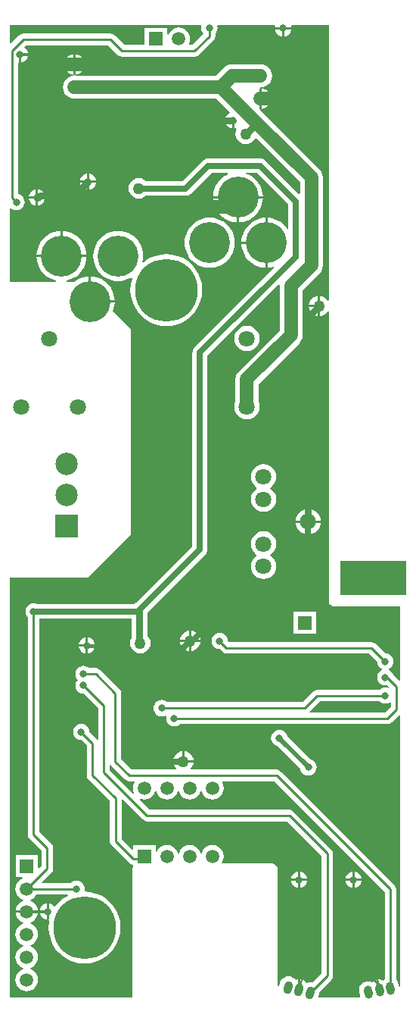
<source format=gbl>
%FSTAX24Y24*%
%MOIN*%
G70*
G01*
G75*
G04 Layer_Physical_Order=2*
G04 Layer_Color=16711680*
%ADD10O,0.0394X0.0984*%
%ADD11R,0.0394X0.0984*%
%ADD12R,0.0394X0.0512*%
%ADD13R,0.0709X0.0709*%
%ADD14R,0.0472X0.0512*%
%ADD15R,0.1004X0.0374*%
%ADD16R,0.1004X0.1299*%
%ADD17R,0.0512X0.0394*%
%ADD18R,0.0630X0.0630*%
%ADD19R,0.0374X0.0315*%
%ADD20R,0.0984X0.0512*%
%ADD21O,0.0906X0.0236*%
%ADD22R,0.0709X0.0709*%
%ADD23R,0.0256X0.0472*%
%ADD24R,0.1575X0.0866*%
%ADD25R,0.0512X0.0236*%
%ADD26O,0.0512X0.0236*%
%ADD27R,0.0315X0.0374*%
%ADD28R,0.0472X0.0256*%
%ADD29C,0.0100*%
%ADD30C,0.0300*%
%ADD31C,0.0250*%
%ADD32C,0.0600*%
%ADD33C,0.0200*%
%ADD34C,0.0080*%
%ADD35C,0.0060*%
%ADD36C,0.2756*%
%ADD37C,0.0709*%
%ADD38C,0.0984*%
%ADD39R,0.0984X0.0984*%
G04:AMPARAMS|DCode=40|XSize=37.4mil|YSize=57.1mil|CornerRadius=0mil|HoleSize=0mil|Usage=FLASHONLY|Rotation=345.000|XOffset=0mil|YOffset=0mil|HoleType=Round|Shape=Round|*
%AMOVALD40*
21,1,0.0197,0.0374,0.0000,0.0000,75.0*
1,1,0.0374,-0.0025,-0.0095*
1,1,0.0374,0.0025,0.0095*
%
%ADD40OVALD40*%

G04:AMPARAMS|DCode=41|XSize=37.4mil|YSize=57.1mil|CornerRadius=0mil|HoleSize=0mil|Usage=FLASHONLY|Rotation=10.000|XOffset=0mil|YOffset=0mil|HoleType=Round|Shape=Round|*
%AMOVALD41*
21,1,0.0197,0.0374,0.0000,0.0000,100.0*
1,1,0.0374,0.0017,-0.0097*
1,1,0.0374,-0.0017,0.0097*
%
%ADD41OVALD41*%

%ADD42R,0.0591X0.0591*%
%ADD43C,0.0591*%
%ADD44R,0.0591X0.0591*%
%ADD45C,0.1800*%
%ADD46C,0.0320*%
%ADD47C,0.0500*%
G36*
X201673Y139267D02*
Y135429D01*
X20166Y13542D01*
X201613Y135369D01*
X201552Y135401D01*
X201452Y135423D01*
X201401Y135421D01*
X201485Y134946D01*
X201386Y134929D01*
X201302Y135404D01*
X201253Y135388D01*
X201167Y135333D01*
X201121Y135282D01*
X201059Y135314D01*
X20096Y135336D01*
X200858Y135332D01*
X200761Y135301D01*
X200675Y135247D01*
X200606Y135171D01*
X200559Y135081D01*
X200537Y134982D01*
X200542Y13488D01*
X200576Y134686D01*
X200589Y134645D01*
X200559Y134605D01*
X198766D01*
X198735Y134645D01*
X198778Y134802D01*
X198785Y134857D01*
X199327Y135399D01*
X199382Y135482D01*
X199401Y135579D01*
X199401Y135579D01*
X199401Y135579D01*
Y135579D01*
Y140954D01*
X199401Y140954D01*
X199401Y140954D01*
Y140954D01*
X199401D01*
X199401Y140954D01*
X199382Y141051D01*
X199327Y141134D01*
X197663Y142798D01*
X19758Y142853D01*
X197482Y142873D01*
X191305D01*
X19085Y143327D01*
X190878Y143369D01*
X190948Y14334D01*
X191077Y143323D01*
X191206Y14334D01*
X191327Y14339D01*
X19143Y143469D01*
X19151Y143573D01*
X191552Y143675D01*
X191602D01*
X191645Y143573D01*
X191724Y143469D01*
X191827Y14339D01*
X191948Y14334D01*
X192077Y143323D01*
X192206Y14334D01*
X192327Y14339D01*
X19243Y143469D01*
X19251Y143573D01*
X192552Y143675D01*
X192602D01*
X192645Y143573D01*
X192724Y143469D01*
X192827Y14339D01*
X192948Y14334D01*
X193077Y143323D01*
X193206Y14334D01*
X193327Y14339D01*
X19343Y143469D01*
X19351Y143573D01*
X193552Y143675D01*
X193602D01*
X193645Y143573D01*
X193724Y143469D01*
X193827Y14339D01*
X193948Y14334D01*
X194077Y143323D01*
X194206Y14334D01*
X194327Y14339D01*
X19443Y143469D01*
X19451Y143573D01*
X19456Y143693D01*
X194577Y143822D01*
X19456Y143952D01*
X19451Y144072D01*
X194496Y14409D01*
X194519Y144134D01*
X196805D01*
X201673Y139267D01*
D02*
G37*
G36*
X18962Y14482D02*
X19023Y144209D01*
X190313Y144154D01*
X190411Y144134D01*
X190636D01*
X190658Y14409D01*
X190645Y144072D01*
X190595Y143952D01*
X190578Y143822D01*
X190595Y143693D01*
X190624Y143623D01*
X190582Y143595D01*
X189555Y144623D01*
Y144831D01*
X189603Y144845D01*
X18962Y14482D01*
D02*
G37*
G36*
X202617Y152321D02*
X199722D01*
Y153248D01*
X199722Y153248D01*
X199722Y153248D01*
Y153248D01*
Y153835D01*
X202617D01*
Y152321D01*
D02*
G37*
G36*
X193603Y177354D02*
X193599Y177344D01*
X193587Y17725D01*
X193599Y177156D01*
X193636Y177068D01*
X193689Y176999D01*
X193194Y176505D01*
X193064D01*
X193036Y176546D01*
X193075Y176642D01*
X193092Y176772D01*
X193075Y176901D01*
X193026Y177021D01*
X192946Y177125D01*
X192843Y177204D01*
X192722Y177254D01*
X192593Y177271D01*
X192464Y177254D01*
X192343Y177204D01*
X19224Y177125D01*
X19216Y177021D01*
X192137Y176966D01*
X192088Y176975D01*
Y177267D01*
X191098D01*
Y176505D01*
X190206D01*
X18978Y17693D01*
X189698Y176985D01*
X1896Y177005D01*
X185741D01*
X185643Y176985D01*
X185561Y17693D01*
X185201Y176571D01*
X185155Y17659D01*
Y177395D01*
X193575D01*
X193603Y177354D01*
D02*
G37*
G36*
X199212Y165284D02*
X199165Y165268D01*
X199101Y165351D01*
X199007Y165423D01*
X198897Y165468D01*
X19883Y165477D01*
Y16503D01*
Y164583D01*
X198897Y164592D01*
X199007Y164637D01*
X199101Y164709D01*
X199165Y164792D01*
X199212Y164776D01*
Y153248D01*
X199212Y153248D01*
X199212D01*
Y152067D01*
X199231Y151969D01*
X199287Y151886D01*
X199369Y151831D01*
X199467Y151812D01*
X202362D01*
Y148564D01*
X202315Y148545D01*
X20204Y148821D01*
X202014Y148882D01*
X201957Y148957D01*
X201882Y149014D01*
X201856Y149025D01*
Y149075D01*
X201882Y149086D01*
X201957Y149143D01*
X202014Y149218D01*
X202051Y149306D01*
X202063Y1494D01*
X202051Y149494D01*
X202014Y149582D01*
X201957Y149657D01*
X201882Y149714D01*
X201794Y149751D01*
X2017Y149763D01*
X201698Y149763D01*
X20128Y15018D01*
X201198Y150235D01*
X2011Y150255D01*
X194806D01*
X194763Y150298D01*
X194763Y1503D01*
X194751Y150394D01*
X194714Y150482D01*
X194657Y150557D01*
X194582Y150614D01*
X194494Y150651D01*
X1944Y150663D01*
X194306Y150651D01*
X194218Y150614D01*
X194143Y150557D01*
X194086Y150482D01*
X194049Y150394D01*
X194037Y1503D01*
X194049Y150206D01*
X194086Y150118D01*
X194143Y150043D01*
X194218Y149986D01*
X194306Y149949D01*
X1944Y149937D01*
X194402Y149937D01*
X19452Y14982D01*
X194602Y149765D01*
X1947Y149745D01*
X200994D01*
X201337Y149402D01*
X201337Y1494D01*
X201349Y149306D01*
X201386Y149218D01*
X201443Y149143D01*
X201518Y149086D01*
X201544Y149075D01*
Y149025D01*
X201518Y149014D01*
X201443Y148957D01*
X201386Y148882D01*
X201349Y148794D01*
X201337Y1487D01*
X201349Y148606D01*
X201386Y148518D01*
X201443Y148443D01*
X201518Y148386D01*
X201606Y148349D01*
X2017Y148337D01*
X201791Y148349D01*
X201865Y148274D01*
X201837Y148233D01*
X201794Y148251D01*
X2017Y148263D01*
X201606Y148251D01*
X201518Y148214D01*
X201443Y148157D01*
X201442Y148155D01*
X1987D01*
X198602Y148135D01*
X19852Y14808D01*
X198044Y147605D01*
X192108D01*
X192107Y147607D01*
X192032Y147664D01*
X191944Y147701D01*
X19185Y147713D01*
X191756Y147701D01*
X191668Y147664D01*
X191593Y147607D01*
X191536Y147532D01*
X191499Y147444D01*
X191487Y14735D01*
X191499Y147256D01*
X191536Y147168D01*
X191593Y147093D01*
X191668Y147036D01*
X191756Y146999D01*
X19185Y146987D01*
X191944Y146999D01*
X19199Y147018D01*
X192049Y146994D01*
X192037Y1469D01*
X192049Y146806D01*
X192086Y146718D01*
X192143Y146643D01*
X192218Y146586D01*
X192306Y146549D01*
X1924Y146537D01*
X192494Y146549D01*
X192582Y146586D01*
X192657Y146643D01*
X192658Y146645D01*
X2018D01*
X201898Y146665D01*
X20198Y14672D01*
X202315Y147055D01*
X202362Y147036D01*
Y135099D01*
X202312Y135094D01*
X202295Y135189D01*
X202265Y135286D01*
X20221Y135372D01*
X202183Y135397D01*
Y139372D01*
X202183Y139372D01*
X202183Y139372D01*
Y139372D01*
X202183D01*
X202183Y139372D01*
X202163Y13947D01*
X202108Y139552D01*
X197091Y14457D01*
X197008Y144625D01*
X196911Y144644D01*
X193151D01*
X193129Y144689D01*
X193193Y144773D01*
X193238Y144883D01*
X193247Y14495D01*
X192353D01*
X192362Y144883D01*
X192407Y144773D01*
X192471Y144689D01*
X192449Y144644D01*
X190516D01*
X190055Y145106D01*
Y148D01*
X190035Y148098D01*
X18998Y14818D01*
X18913Y14903D01*
X189048Y149085D01*
X18895Y149105D01*
X188658D01*
X188657Y149107D01*
X188582Y149164D01*
X188494Y149201D01*
X1884Y149213D01*
X188306Y149201D01*
X188218Y149164D01*
X188143Y149107D01*
X188086Y149032D01*
X188049Y148944D01*
X188037Y14885D01*
X188049Y148756D01*
X188086Y148668D01*
X188138Y1486D01*
X188086Y148532D01*
X188049Y148444D01*
X188037Y14835D01*
X188049Y148256D01*
X188086Y148168D01*
X188143Y148093D01*
X188218Y148036D01*
X188306Y147999D01*
X1884Y147987D01*
X188402Y147987D01*
X189045Y147344D01*
Y145969D01*
X188997Y145955D01*
X18898Y14598D01*
X188663Y146298D01*
X188663Y1463D01*
X188651Y146394D01*
X188614Y146482D01*
X188557Y146557D01*
X188482Y146614D01*
X188394Y146651D01*
X1883Y146663D01*
X188206Y146651D01*
X188118Y146614D01*
X188043Y146557D01*
X187986Y146482D01*
X187949Y146394D01*
X187937Y1463D01*
X187949Y146206D01*
X187986Y146118D01*
X188043Y146043D01*
X188118Y145986D01*
X188206Y145949D01*
X1883Y145937D01*
X188302Y145937D01*
X188545Y145694D01*
Y1444D01*
X188545Y1444D01*
X188545D01*
X188564Y144302D01*
X18862Y14422D01*
X189566Y143273D01*
Y141488D01*
X189566Y141488D01*
X189566D01*
X189586Y14139D01*
X189641Y141308D01*
X190405Y140544D01*
X190487Y140489D01*
X190582Y14047D01*
Y140371D01*
X19057Y140353D01*
X190551Y140256D01*
Y134605D01*
X185155D01*
Y1531D01*
X1886D01*
X1905Y155D01*
Y164D01*
X189694Y164806D01*
X189726Y164883D01*
X189766Y165052D01*
X189776Y165174D01*
X189326D01*
X189226Y165274D01*
X189776D01*
X189766Y165397D01*
X189726Y165565D01*
X18966Y165725D01*
X189569Y165873D01*
X189457Y166005D01*
X189325Y166117D01*
X189177Y166208D01*
X189018Y166274D01*
X188849Y166314D01*
X188727Y166324D01*
Y165773D01*
X188627Y165873D01*
Y166324D01*
X188504Y166314D01*
X188336Y166274D01*
X188176Y166208D01*
X188028Y166117D01*
X188008Y1661D01*
X187668D01*
X187662Y16615D01*
X187768Y166175D01*
X187927Y166241D01*
X188075Y166332D01*
X188207Y166444D01*
X188319Y166576D01*
X18841Y166723D01*
X188476Y166883D01*
X188516Y167052D01*
X188526Y167174D01*
X186327D01*
X186337Y167052D01*
X186377Y166883D01*
X186443Y166723D01*
X186534Y166576D01*
X186646Y166444D01*
X186778Y166332D01*
X186926Y166241D01*
X187086Y166175D01*
X187191Y16615D01*
X187185Y1661D01*
X185155D01*
Y169316D01*
X1852Y169338D01*
X185268Y169286D01*
X185356Y169249D01*
X18545Y169237D01*
X185544Y169249D01*
X185632Y169286D01*
X185707Y169343D01*
X185764Y169418D01*
X185801Y169506D01*
X185813Y1696D01*
X185801Y169694D01*
X185764Y169782D01*
X185707Y169857D01*
X185632Y169914D01*
X185544Y169951D01*
X185505Y169956D01*
Y175711D01*
X185542Y175744D01*
X18555Y175743D01*
Y1761D01*
X1856D01*
Y17615D01*
X185957D01*
X185951Y176194D01*
X185914Y176282D01*
X185857Y176357D01*
X185782Y176414D01*
X185779Y176428D01*
X185846Y176495D01*
X189494D01*
X18992Y17607D01*
X190002Y176014D01*
X1901Y175995D01*
X1933D01*
X193398Y176014D01*
X19348Y17607D01*
X19348Y17607D01*
X19348Y17607D01*
X19413Y17672D01*
X194186Y176802D01*
X194205Y1769D01*
X194205Y1769D01*
X194205Y1769D01*
Y1769D01*
Y176992D01*
X194207Y176993D01*
X194264Y177068D01*
X194301Y177156D01*
X194313Y17725D01*
X194301Y177344D01*
X194297Y177354D01*
X194325Y177395D01*
X196825D01*
X196853Y177354D01*
X196849Y177344D01*
X196843Y1773D01*
X197557D01*
X197551Y177344D01*
X197547Y177354D01*
X197575Y177395D01*
X199212D01*
Y165284D01*
D02*
G37*
G36*
X201443Y147643D02*
X201518Y147586D01*
X201606Y147549D01*
X2017Y147537D01*
X201794Y147549D01*
X201882Y147586D01*
X2019Y1476D01*
X201945Y147578D01*
Y147406D01*
X201694Y147155D01*
X198381D01*
X198362Y147201D01*
X198806Y147645D01*
X201442D01*
X201443Y147643D01*
D02*
G37*
G36*
X191019Y142437D02*
X191102Y142382D01*
X191199Y142363D01*
X197377D01*
X198892Y140848D01*
Y135685D01*
X198488Y135282D01*
X198401Y135293D01*
X1983Y13528D01*
X198236Y135254D01*
X198194Y135308D01*
X198113Y135371D01*
X198065Y13539D01*
X19794Y134924D01*
X197844Y13495D01*
X197969Y135416D01*
X197918Y135423D01*
X197817Y13541D01*
X197753Y135383D01*
X197711Y135438D01*
X19763Y1355D01*
X197536Y135539D01*
X197435Y135552D01*
X197334Y135539D01*
X197239Y1355D01*
X197159Y135438D01*
X197097Y135357D01*
X197058Y135263D01*
X197015Y135106D01*
X196966Y135112D01*
Y140256D01*
X196947Y140353D01*
X196891Y140436D01*
X196809Y140491D01*
X196711Y14051D01*
X194519D01*
X194496Y140555D01*
X19451Y140573D01*
X19456Y140693D01*
X194577Y140822D01*
X19456Y140952D01*
X19451Y141072D01*
X19443Y141176D01*
X194327Y141255D01*
X194206Y141305D01*
X194077Y141322D01*
X193948Y141305D01*
X193827Y141255D01*
X193724Y141176D01*
X193645Y141072D01*
X193602Y14097D01*
X193552D01*
X19351Y141072D01*
X19343Y141176D01*
X193327Y141255D01*
X193206Y141305D01*
X193077Y141322D01*
X192948Y141305D01*
X192827Y141255D01*
X192724Y141176D01*
X192645Y141072D01*
X192602Y14097D01*
X192552D01*
X19251Y141072D01*
X19243Y141176D01*
X192327Y141255D01*
X192206Y141305D01*
X192077Y141322D01*
X191948Y141305D01*
X191827Y141255D01*
X191724Y141176D01*
X191645Y141072D01*
X191621Y141017D01*
X191572Y141026D01*
Y141318D01*
X190582D01*
Y141153D01*
X190536Y141134D01*
X190076Y141593D01*
Y143315D01*
X190122Y143334D01*
X191019Y142437D01*
D02*
G37*
%LPC*%
G36*
X193547Y15025D02*
X19315D01*
Y149853D01*
X193217Y149862D01*
X193327Y149907D01*
X193421Y149979D01*
X193493Y150073D01*
X193538Y150183D01*
X193547Y15025D01*
D02*
G37*
G36*
X19305D02*
X192653D01*
X192662Y150183D01*
X192707Y150073D01*
X192779Y149979D01*
X192873Y149907D01*
X192983Y149862D01*
X19305Y149853D01*
Y15025D01*
D02*
G37*
G36*
X1885Y15005D02*
X188193D01*
X188199Y150006D01*
X188236Y149918D01*
X188293Y149843D01*
X188368Y149786D01*
X188456Y149749D01*
X1885Y149743D01*
Y15005D01*
D02*
G37*
G36*
X188907D02*
X1886D01*
Y149743D01*
X188644Y149749D01*
X188732Y149786D01*
X188807Y149843D01*
X188864Y149918D01*
X188901Y150006D01*
X188907Y15005D01*
D02*
G37*
G36*
X1885Y150457D02*
X188456Y150451D01*
X188368Y150414D01*
X188293Y150357D01*
X188236Y150282D01*
X188199Y150194D01*
X188193Y15015D01*
X1885D01*
Y150457D01*
D02*
G37*
G36*
X196332Y155125D02*
X196187Y155106D01*
X196052Y15505D01*
X195936Y154961D01*
X195847Y154845D01*
X195791Y15471D01*
X195772Y154566D01*
X195791Y154421D01*
X195847Y154286D01*
X195936Y15417D01*
X19603Y154099D01*
Y154049D01*
X195936Y153977D01*
X195847Y153861D01*
X195791Y153726D01*
X195772Y153581D01*
X195791Y153437D01*
X195847Y153302D01*
X195936Y153186D01*
X196052Y153097D01*
X196187Y153041D01*
X196332Y153022D01*
X196476Y153041D01*
X196611Y153097D01*
X196727Y153186D01*
X196816Y153302D01*
X196872Y153437D01*
X196891Y153581D01*
X196872Y153726D01*
X196816Y153861D01*
X196727Y153977D01*
X196611Y154066D01*
Y154082D01*
X196727Y15417D01*
X196816Y154286D01*
X196872Y154421D01*
X196891Y154566D01*
X196872Y15471D01*
X196816Y154845D01*
X196727Y154961D01*
X196611Y15505D01*
X196476Y155106D01*
X196332Y155125D01*
D02*
G37*
G36*
X19825Y1555D02*
X197747D01*
X19776Y155405D01*
X197816Y15527D01*
X197905Y155155D01*
X19802Y155066D01*
X198155Y15501D01*
X19825Y154997D01*
Y1555D01*
D02*
G37*
G36*
X198853D02*
X19835D01*
Y154997D01*
X198445Y15501D01*
X19858Y155066D01*
X198695Y155155D01*
X198784Y15527D01*
X19884Y155405D01*
X198853Y1555D01*
D02*
G37*
G36*
X198635Y151595D02*
X197645D01*
Y150605D01*
X198635D01*
Y151595D01*
D02*
G37*
G36*
X1886Y150457D02*
Y15015D01*
X188907D01*
X188901Y150194D01*
X188864Y150282D01*
X188807Y150357D01*
X188732Y150414D01*
X188644Y150451D01*
X1886Y150457D01*
D02*
G37*
G36*
X19305Y150747D02*
X192983Y150738D01*
X192873Y150693D01*
X192779Y150621D01*
X192707Y150527D01*
X192662Y150417D01*
X192653Y15035D01*
X19305D01*
Y150747D01*
D02*
G37*
G36*
X19315D02*
Y15035D01*
X193547D01*
X193538Y150417D01*
X193493Y150527D01*
X193421Y150621D01*
X193327Y150693D01*
X193217Y150738D01*
X19315Y150747D01*
D02*
G37*
G36*
X198257Y13975D02*
X19795D01*
Y139443D01*
X197994Y139449D01*
X198082Y139486D01*
X198157Y139543D01*
X198214Y139618D01*
X198251Y139706D01*
X198257Y13975D01*
D02*
G37*
G36*
X20025D02*
X199943D01*
X199949Y139706D01*
X199986Y139618D01*
X200043Y139543D01*
X200118Y139486D01*
X200206Y139449D01*
X20025Y139443D01*
Y13975D01*
D02*
G37*
G36*
X200657D02*
X20035D01*
Y139443D01*
X200394Y139449D01*
X200482Y139486D01*
X200557Y139543D01*
X200614Y139618D01*
X200651Y139706D01*
X200657Y13975D01*
D02*
G37*
G36*
X19785D02*
X197543D01*
X197549Y139706D01*
X197586Y139618D01*
X197643Y139543D01*
X197718Y139486D01*
X197806Y139449D01*
X19785Y139443D01*
Y13975D01*
D02*
G37*
G36*
X186393Y13835D02*
X185407D01*
X185417Y138271D01*
X185467Y13815D01*
X185547Y138047D01*
X18565Y137967D01*
X185753Y137925D01*
Y137875D01*
X18565Y137833D01*
X185547Y137753D01*
X185467Y13765D01*
X185417Y137529D01*
X1854Y1374D01*
X185417Y137271D01*
X185467Y13715D01*
X185547Y137047D01*
X18565Y136967D01*
X185753Y136925D01*
Y136875D01*
X18565Y136833D01*
X185547Y136753D01*
X185467Y13665D01*
X185417Y136529D01*
X1854Y1364D01*
X185417Y136271D01*
X185467Y13615D01*
X185547Y136047D01*
X18565Y135967D01*
X185753Y135925D01*
Y135875D01*
X18565Y135833D01*
X185547Y135753D01*
X185467Y13565D01*
X185417Y135529D01*
X1854Y1354D01*
X185417Y135271D01*
X185467Y13515D01*
X185547Y135047D01*
X18565Y134967D01*
X185771Y134917D01*
X1859Y1349D01*
X186029Y134917D01*
X18615Y134967D01*
X186253Y135047D01*
X186333Y13515D01*
X186383Y135271D01*
X1864Y1354D01*
X186383Y135529D01*
X186333Y13565D01*
X186253Y135753D01*
X18615Y135833D01*
X186047Y135875D01*
Y135925D01*
X18615Y135967D01*
X186253Y136047D01*
X186333Y13615D01*
X186383Y136271D01*
X1864Y1364D01*
X186383Y136529D01*
X186333Y13665D01*
X186253Y136753D01*
X18615Y136833D01*
X186047Y136875D01*
Y136925D01*
X18615Y136967D01*
X186253Y137047D01*
X186333Y13715D01*
X186383Y137271D01*
X1864Y1374D01*
X186383Y137529D01*
X186333Y13765D01*
X186253Y137753D01*
X18615Y137833D01*
X186047Y137875D01*
Y137925D01*
X18615Y137967D01*
X186253Y138047D01*
X186333Y13815D01*
X186383Y138271D01*
X186393Y13835D01*
D02*
G37*
G36*
X18677D02*
X186463D01*
X186469Y138306D01*
X186506Y138218D01*
X186563Y138143D01*
X186638Y138086D01*
X186726Y138049D01*
X18677Y138043D01*
Y13835D01*
D02*
G37*
G36*
Y138757D02*
X186726Y138751D01*
X186638Y138714D01*
X186563Y138657D01*
X186506Y138582D01*
X186469Y138494D01*
X186463Y13845D01*
X18677D01*
Y138757D01*
D02*
G37*
G36*
X19703Y146393D02*
X196936Y146381D01*
X196848Y146344D01*
X196773Y146287D01*
X196716Y146212D01*
X196679Y146124D01*
X196667Y14603D01*
X196679Y145936D01*
X196716Y145848D01*
X196773Y145773D01*
X196848Y145716D01*
X196936Y145679D01*
X196955Y145677D01*
X197957Y144675D01*
X197959Y144656D01*
X197996Y144568D01*
X198053Y144493D01*
X198128Y144436D01*
X198216Y144399D01*
X19831Y144387D01*
X198404Y144399D01*
X198492Y144436D01*
X198567Y144493D01*
X198624Y144568D01*
X198661Y144656D01*
X198673Y14475D01*
X198661Y144844D01*
X198624Y144932D01*
X198567Y145007D01*
X198492Y145064D01*
X198404Y145101D01*
X198385Y145103D01*
X197383Y146105D01*
X197381Y146124D01*
X197344Y146212D01*
X197287Y146287D01*
X197212Y146344D01*
X197124Y146381D01*
X19703Y146393D01*
D02*
G37*
G36*
X19275Y145447D02*
X192683Y145438D01*
X192573Y145393D01*
X192479Y145321D01*
X192407Y145227D01*
X192362Y145117D01*
X192353Y14505D01*
X19275D01*
Y145447D01*
D02*
G37*
G36*
X19285D02*
Y14505D01*
X193247D01*
X193238Y145117D01*
X193193Y145227D01*
X193121Y145321D01*
X193027Y145393D01*
X192917Y145438D01*
X19285Y145447D01*
D02*
G37*
G36*
X20035Y140157D02*
Y13985D01*
X200657D01*
X200651Y139894D01*
X200614Y139982D01*
X200557Y140057D01*
X200482Y140114D01*
X200394Y140151D01*
X20035Y140157D01*
D02*
G37*
G36*
X19785D02*
X197806Y140151D01*
X197718Y140114D01*
X197643Y140057D01*
X197586Y139982D01*
X197549Y139894D01*
X197543Y13985D01*
X19785D01*
Y140157D01*
D02*
G37*
G36*
X19795D02*
Y13985D01*
X198257D01*
X198251Y139894D01*
X198214Y139982D01*
X198157Y140057D01*
X198082Y140114D01*
X197994Y140151D01*
X19795Y140157D01*
D02*
G37*
G36*
X20025D02*
X200206Y140151D01*
X200118Y140114D01*
X200043Y140057D01*
X199986Y139982D01*
X199949Y139894D01*
X199943Y13985D01*
X20025D01*
Y140157D01*
D02*
G37*
G36*
X19825Y156103D02*
X198155Y15609D01*
X19802Y156034D01*
X197905Y155945D01*
X197816Y15583D01*
X19776Y155695D01*
X197747Y1556D01*
X19825D01*
Y156103D01*
D02*
G37*
G36*
X18865Y170857D02*
Y17055D01*
X188957D01*
X188951Y170594D01*
X188914Y170682D01*
X188857Y170757D01*
X188782Y170814D01*
X188694Y170851D01*
X18865Y170857D01*
D02*
G37*
G36*
X19495Y17315D02*
X194643D01*
X194649Y173106D01*
X194686Y173018D01*
X194743Y172943D01*
X194818Y172886D01*
X194906Y172849D01*
X19495Y172843D01*
Y17315D01*
D02*
G37*
G36*
X196647Y1741D02*
X19625D01*
Y173703D01*
X196317Y173712D01*
X196427Y173757D01*
X196521Y173829D01*
X196593Y173923D01*
X196638Y174033D01*
X196647Y1741D01*
D02*
G37*
G36*
X18855Y170857D02*
X188506Y170851D01*
X188418Y170814D01*
X188343Y170757D01*
X188286Y170682D01*
X188249Y170594D01*
X188243Y17055D01*
X18855D01*
Y170857D01*
D02*
G37*
G36*
X1864Y170157D02*
Y16985D01*
X186707D01*
X186701Y169894D01*
X186664Y169982D01*
X186607Y170057D01*
X186532Y170114D01*
X186444Y170151D01*
X1864Y170157D01*
D02*
G37*
G36*
X18855Y17045D02*
X188243D01*
X188249Y170406D01*
X188286Y170318D01*
X188343Y170243D01*
X188418Y170186D01*
X188506Y170149D01*
X18855Y170143D01*
Y17045D01*
D02*
G37*
G36*
X188957D02*
X18865D01*
Y170143D01*
X188694Y170149D01*
X188782Y170186D01*
X188857Y170243D01*
X188914Y170318D01*
X188951Y170406D01*
X188957Y17045D01*
D02*
G37*
G36*
X19625Y174597D02*
Y1742D01*
X196647D01*
X196638Y174267D01*
X196593Y174377D01*
X196521Y174471D01*
X196427Y174543D01*
X196317Y174588D01*
X19625Y174597D01*
D02*
G37*
G36*
X185957Y17605D02*
X18565D01*
Y175743D01*
X185694Y175749D01*
X185782Y175786D01*
X185857Y175843D01*
X185914Y175918D01*
X185951Y176006D01*
X185957Y17605D01*
D02*
G37*
G36*
X19715Y1772D02*
X196843D01*
X196849Y177156D01*
X196886Y177068D01*
X196943Y176993D01*
X197018Y176936D01*
X197106Y176899D01*
X19715Y176893D01*
Y1772D01*
D02*
G37*
G36*
X197557D02*
X19725D01*
Y176893D01*
X197294Y176899D01*
X197382Y176936D01*
X197457Y176993D01*
X197514Y177068D01*
X197551Y177156D01*
X197557Y1772D01*
D02*
G37*
G36*
X18805Y176097D02*
Y1757D01*
X188447D01*
X188438Y175767D01*
X188393Y175877D01*
X188321Y175971D01*
X188227Y176043D01*
X188117Y176088D01*
X18805Y176097D01*
D02*
G37*
G36*
X1962Y175654D02*
X19495D01*
X194819Y175637D01*
X194698Y175587D01*
X194593Y175507D01*
X194241Y175154D01*
X188065D01*
X188061Y175204D01*
X188117Y175212D01*
X188227Y175257D01*
X188321Y175329D01*
X188393Y175423D01*
X188438Y175533D01*
X188447Y1756D01*
X18805D01*
Y175203D01*
X188Y175196D01*
X187969Y1752D01*
Y17515D01*
X187869Y175137D01*
X187748Y175087D01*
X187643Y175007D01*
X187563Y174902D01*
X187513Y174781D01*
X187496Y17465D01*
X187513Y174519D01*
X187563Y174398D01*
X187643Y174293D01*
X187748Y174213D01*
X187869Y174163D01*
X188Y174146D01*
X194261D01*
X194839Y173568D01*
X194829Y173519D01*
X194818Y173514D01*
X194743Y173457D01*
X194686Y173382D01*
X194649Y173294D01*
X194643Y17325D01*
X195D01*
Y1732D01*
X19505D01*
Y172843D01*
X195094Y172849D01*
X195116Y172858D01*
X195145Y172836D01*
X195156Y172825D01*
X195112Y172717D01*
X195096Y1726D01*
X195112Y172483D01*
X195157Y172373D01*
X195229Y172279D01*
X195323Y172207D01*
X195433Y172162D01*
X19555Y172146D01*
X195667Y172162D01*
X195777Y172207D01*
X195871Y172279D01*
X195943Y172373D01*
X195952Y172396D01*
X196001Y172405D01*
X197936Y170471D01*
Y169973D01*
X197889Y169954D01*
X196412Y171432D01*
X196344Y171484D01*
X196304Y1715D01*
X196265Y171517D01*
X196222Y171522D01*
X19618Y171528D01*
X1939D01*
X193815Y171517D01*
X193759Y171493D01*
X193736Y171484D01*
X193707Y171461D01*
X193668Y171432D01*
X192764Y170528D01*
X191141D01*
X191056Y170593D01*
X190946Y170638D01*
X190829Y170654D01*
X190711Y170638D01*
X190602Y170593D01*
X190508Y170521D01*
X190436Y170427D01*
X19039Y170317D01*
X190375Y1702D01*
X19039Y170083D01*
X190436Y169973D01*
X190508Y169879D01*
X190602Y169807D01*
X190711Y169762D01*
X190829Y169746D01*
X190946Y169762D01*
X191056Y169807D01*
X191141Y169872D01*
X1929D01*
X192942Y169878D01*
X192985Y169883D01*
X193024Y1699D01*
X193064Y169916D01*
X193132Y169968D01*
X193132Y169968D01*
X193132Y169968D01*
X194036Y170872D01*
X194756D01*
X194766Y170823D01*
X194704Y170798D01*
X194557Y170707D01*
X194425Y170595D01*
X194312Y170463D01*
X194222Y170315D01*
X194156Y170156D01*
X194115Y169987D01*
X194106Y169865D01*
X196305D01*
X196295Y169987D01*
X196255Y170156D01*
X196188Y170315D01*
X196098Y170463D01*
X195985Y170595D01*
X195854Y170707D01*
X195706Y170798D01*
X195546Y170864D01*
X195547Y170872D01*
X196044D01*
X197422Y169494D01*
Y168434D01*
X197374Y16842D01*
X197348Y168463D01*
X197235Y168595D01*
X197104Y168707D01*
X196956Y168798D01*
X196796Y168864D01*
X196628Y168904D01*
X196505Y168914D01*
Y167814D01*
Y166715D01*
X196628Y166725D01*
X19678Y166761D01*
X196804Y166718D01*
X193293Y163207D01*
X193241Y163139D01*
X193225Y163099D01*
X193208Y16306D01*
X193203Y163017D01*
X193197Y162975D01*
Y154461D01*
X19072Y151984D01*
X190688Y151971D01*
X190633Y151928D01*
X186349D01*
X186294Y151951D01*
X1862Y151963D01*
X186106Y151951D01*
X186018Y151914D01*
X185943Y151857D01*
X185886Y151782D01*
X185849Y151694D01*
X185837Y1516D01*
X185849Y151506D01*
X185886Y151418D01*
X185943Y151343D01*
X185945Y151342D01*
Y1418D01*
X185945Y1418D01*
X185945D01*
X185965Y141702D01*
X18602Y14162D01*
X186545Y141094D01*
Y140406D01*
X186441Y140302D01*
X186395Y140321D01*
Y140895D01*
X185405D01*
Y139905D01*
X185696D01*
X185706Y139856D01*
X18565Y139833D01*
X185547Y139753D01*
X185467Y13965D01*
X185417Y139529D01*
X1854Y1394D01*
X185417Y139271D01*
X185467Y13915D01*
X185547Y139047D01*
X18565Y138967D01*
X185753Y138925D01*
Y138875D01*
X18565Y138833D01*
X185547Y138753D01*
X185467Y13865D01*
X185417Y138529D01*
X185407Y13845D01*
X186393D01*
X186383Y138529D01*
X186333Y13865D01*
X186253Y138753D01*
X18615Y138833D01*
X186047Y138875D01*
Y138925D01*
X18615Y138967D01*
X186253Y139047D01*
X186329Y139145D01*
X187695D01*
X187709Y139097D01*
X187513Y138977D01*
X187324Y138816D01*
X187163Y138627D01*
X187158Y138619D01*
X187108Y138616D01*
X187077Y138657D01*
X187002Y138714D01*
X186914Y138751D01*
X18687Y138757D01*
Y1384D01*
Y138043D01*
X186861Y138042D01*
X186895Y138005D01*
X18688Y137944D01*
X18686Y137696D01*
X18688Y137449D01*
X186938Y137207D01*
X187033Y136978D01*
X187163Y136766D01*
X187324Y136577D01*
X187513Y136416D01*
X187725Y136286D01*
X187954Y136191D01*
X188196Y136133D01*
X188443Y136114D01*
X188691Y136133D01*
X188932Y136191D01*
X189162Y136286D01*
X189374Y136416D01*
X189563Y136577D01*
X189724Y136766D01*
X189854Y136978D01*
X189949Y137207D01*
X190007Y137449D01*
X190026Y137696D01*
X190007Y137944D01*
X189949Y138186D01*
X189854Y138415D01*
X189724Y138627D01*
X189563Y138816D01*
X189374Y138977D01*
X189162Y139107D01*
X188932Y139202D01*
X188691Y13926D01*
X188443Y139279D01*
D01*
X188443Y139279D01*
D01*
X188433Y139298D01*
X188435Y139302D01*
X188455Y1394D01*
X188435Y139498D01*
X188419Y139522D01*
X188394Y139582D01*
X188337Y139657D01*
X188262Y139714D01*
X188174Y139751D01*
X18808Y139763D01*
X187986Y139751D01*
X187898Y139714D01*
X187823Y139657D01*
X187822Y139655D01*
X186581D01*
X186562Y139701D01*
X18698Y14012D01*
X187036Y140202D01*
X187055Y1403D01*
X187055Y1403D01*
X187055Y1403D01*
Y1403D01*
Y1412D01*
X187036Y141298D01*
X18698Y14138D01*
X186455Y141906D01*
Y151272D01*
X190512D01*
Y150434D01*
X190507Y150427D01*
X190462Y150317D01*
X190446Y1502D01*
X190462Y150083D01*
X190507Y149973D01*
X190579Y149879D01*
X190673Y149807D01*
X190783Y149762D01*
X1909Y149746D01*
X191017Y149762D01*
X191127Y149807D01*
X191221Y149879D01*
X191293Y149973D01*
X191338Y150083D01*
X191354Y1502D01*
X191338Y150317D01*
X191293Y150427D01*
X191221Y150521D01*
X191218Y150523D01*
Y151554D01*
X193757Y154093D01*
X193757Y154093D01*
X193757Y154093D01*
X193809Y154161D01*
X193825Y154201D01*
X193842Y15424D01*
X193847Y154283D01*
X193853Y154325D01*
Y162839D01*
X197006Y165993D01*
X197051Y16597D01*
X197046Y16593D01*
Y163969D01*
X195243Y162167D01*
X195163Y162062D01*
X195113Y161941D01*
X195096Y16181D01*
Y160831D01*
X19506Y160745D01*
X195041Y1606D01*
X19506Y160455D01*
X195116Y16032D01*
X195205Y160205D01*
X19532Y160116D01*
X195455Y16006D01*
X1956Y160041D01*
X195745Y16006D01*
X19588Y160116D01*
X195995Y160205D01*
X196084Y16032D01*
X19614Y160455D01*
X196159Y1606D01*
X19614Y160745D01*
X196104Y160831D01*
Y161601D01*
X197907Y163403D01*
X197907Y163403D01*
X197907Y163403D01*
X197987Y163508D01*
X198022Y163594D01*
X198037Y163629D01*
X198054Y16376D01*
X198054Y16376D01*
X198054Y16376D01*
Y16376D01*
Y165721D01*
X198797Y166463D01*
X198877Y166568D01*
X198927Y166689D01*
X198944Y16682D01*
X198944Y16682D01*
X198944Y16682D01*
Y16682D01*
Y17068D01*
X198927Y170811D01*
X198877Y170932D01*
X198797Y171037D01*
X196342Y173492D01*
X196179Y173654D01*
X1962Y173696D01*
X19615Y173703D01*
Y17415D01*
Y174597D01*
X1962Y174604D01*
X1962D01*
Y174646D01*
X196331Y174663D01*
X196452Y174713D01*
X196557Y174793D01*
X196637Y174898D01*
X196687Y175019D01*
X196704Y17515D01*
X196687Y175281D01*
X196637Y175402D01*
X196557Y175507D01*
X196452Y175587D01*
X196331Y175637D01*
X1962Y175654D01*
D02*
G37*
G36*
X18795Y1756D02*
X187553D01*
X187562Y175533D01*
X187607Y175423D01*
X187679Y175329D01*
X187773Y175257D01*
X187883Y175212D01*
X18795Y175203D01*
Y1756D01*
D02*
G37*
G36*
Y176097D02*
X187883Y176088D01*
X187773Y176043D01*
X187679Y175971D01*
X187607Y175877D01*
X187562Y175767D01*
X187553Y1757D01*
X18795D01*
Y176097D01*
D02*
G37*
G36*
X1863Y170157D02*
X186256Y170151D01*
X186168Y170114D01*
X186093Y170057D01*
X186036Y169982D01*
X185999Y169894D01*
X185993Y16985D01*
X1863D01*
Y170157D01*
D02*
G37*
G36*
X19873Y16498D02*
X198333D01*
X198342Y164913D01*
X198387Y164803D01*
X198459Y164709D01*
X198553Y164637D01*
X198663Y164592D01*
X19873Y164583D01*
Y16498D01*
D02*
G37*
G36*
Y165477D02*
X198663Y165468D01*
X198553Y165423D01*
X198459Y165351D01*
X198387Y165257D01*
X198342Y165147D01*
X198333Y16508D01*
X19873D01*
Y165477D01*
D02*
G37*
G36*
X193955Y168918D02*
X193783Y168904D01*
X193614Y168864D01*
X193454Y168798D01*
X193307Y168707D01*
X193175Y168595D01*
X193062Y168463D01*
X192972Y168316D01*
X192906Y168156D01*
X192865Y167987D01*
X192852Y167815D01*
X192865Y167642D01*
X192906Y167474D01*
X192972Y167314D01*
X193062Y167166D01*
X193175Y167034D01*
X193307Y166922D01*
X193454Y166831D01*
X193614Y166765D01*
X193783Y166725D01*
X193955Y166711D01*
X194128Y166725D01*
X194296Y166765D01*
X194456Y166831D01*
X194604Y166922D01*
X194735Y167034D01*
X194848Y167166D01*
X194938Y167314D01*
X195005Y167474D01*
X195045Y167642D01*
X195059Y167815D01*
X195045Y167987D01*
X195005Y168156D01*
X194938Y168316D01*
X194848Y168463D01*
X194735Y168595D01*
X194604Y168707D01*
X194456Y168798D01*
X194296Y168864D01*
X194128Y168904D01*
X193955Y168918D01*
D02*
G37*
G36*
X189927Y168328D02*
X189754Y168314D01*
X189586Y168274D01*
X189426Y168208D01*
X189278Y168117D01*
X189146Y168005D01*
X189034Y167873D01*
X188943Y167725D01*
X188877Y167565D01*
X188837Y167397D01*
X188823Y167224D01*
X188837Y167052D01*
X188877Y166883D01*
X188943Y166723D01*
X189034Y166576D01*
X189146Y166444D01*
X189278Y166332D01*
X189426Y166241D01*
X189586Y166175D01*
X189754Y166135D01*
X189927Y166121D01*
X190099Y166135D01*
X190268Y166175D01*
X190427Y166241D01*
X190528Y166303D01*
X190566Y16627D01*
X190545Y166219D01*
X190487Y165978D01*
X190467Y16573D01*
X190487Y165482D01*
X190545Y165241D01*
X19064Y165011D01*
X190769Y1648D01*
X190931Y164611D01*
X19112Y164449D01*
X191331Y16432D01*
X191561Y164225D01*
X191802Y164167D01*
X19205Y164147D01*
X192298Y164167D01*
X192539Y164225D01*
X192769Y16432D01*
X19298Y164449D01*
X193169Y164611D01*
X193331Y1648D01*
X19346Y165011D01*
X193555Y165241D01*
X193613Y165482D01*
X193633Y16573D01*
X193613Y165978D01*
X193555Y166219D01*
X19346Y166449D01*
X193331Y16666D01*
X193169Y166849D01*
X19298Y167011D01*
X192769Y16714D01*
X192539Y167235D01*
X192298Y167293D01*
X19205Y167313D01*
X191802Y167293D01*
X191561Y167235D01*
X191331Y16714D01*
X19112Y167011D01*
X191039Y166941D01*
X190996Y166968D01*
X191016Y167052D01*
X19103Y167224D01*
X191016Y167397D01*
X190976Y167565D01*
X19091Y167725D01*
X190819Y167873D01*
X190707Y168005D01*
X190575Y168117D01*
X190427Y168208D01*
X190268Y168274D01*
X190099Y168314D01*
X189927Y168328D01*
D02*
G37*
G36*
X19835Y156103D02*
Y1556D01*
X198853D01*
X19884Y155695D01*
X198784Y15583D01*
X198695Y155945D01*
X19858Y156034D01*
X198445Y15609D01*
X19835Y156103D01*
D02*
G37*
G36*
X196332Y158078D02*
X196187Y158059D01*
X196052Y158003D01*
X195936Y157914D01*
X195847Y157798D01*
X195791Y157663D01*
X195772Y157519D01*
X195791Y157374D01*
X195847Y157239D01*
X195936Y157123D01*
X19603Y157051D01*
Y157001D01*
X195936Y15693D01*
X195847Y156814D01*
X195791Y156679D01*
X195772Y156534D01*
X195791Y15639D01*
X195847Y156255D01*
X195936Y156139D01*
X196052Y15605D01*
X196187Y155994D01*
X196332Y155975D01*
X196476Y155994D01*
X196611Y15605D01*
X196727Y156139D01*
X196816Y156255D01*
X196872Y15639D01*
X196891Y156534D01*
X196872Y156679D01*
X196816Y156814D01*
X196727Y15693D01*
X196611Y157018D01*
Y157034D01*
X196727Y157123D01*
X196816Y157239D01*
X196872Y157374D01*
X196891Y157519D01*
X196872Y157663D01*
X196816Y157798D01*
X196727Y157914D01*
X196611Y158003D01*
X196476Y158059D01*
X196332Y158078D01*
D02*
G37*
G36*
X1956Y164159D02*
X195455Y16414D01*
X19532Y164084D01*
X195205Y163995D01*
X195116Y16388D01*
X19506Y163745D01*
X195041Y1636D01*
X19506Y163455D01*
X195116Y16332D01*
X195205Y163205D01*
X19532Y163116D01*
X195455Y16306D01*
X1956Y163041D01*
X195745Y16306D01*
X19588Y163116D01*
X195995Y163205D01*
X196084Y16332D01*
X19614Y163455D01*
X196159Y1636D01*
X19614Y163745D01*
X196084Y16388D01*
X195995Y163995D01*
X19588Y164084D01*
X195745Y16414D01*
X1956Y164159D01*
D02*
G37*
G36*
X196405Y167765D02*
X195356D01*
X195365Y167642D01*
X195406Y167474D01*
X195472Y167314D01*
X195562Y167166D01*
X195675Y167034D01*
X195807Y166922D01*
X195954Y166831D01*
X196114Y166765D01*
X196283Y166725D01*
X196405Y166715D01*
Y167765D01*
D02*
G37*
G36*
X196305Y169765D02*
X195255D01*
Y168715D01*
X195378Y168725D01*
X195546Y168765D01*
X195706Y168831D01*
X195854Y168922D01*
X195985Y169034D01*
X196098Y169166D01*
X196188Y169314D01*
X196255Y169474D01*
X196295Y169642D01*
X196305Y169765D01*
D02*
G37*
G36*
X1863Y16975D02*
X185993D01*
X185999Y169706D01*
X186036Y169618D01*
X186093Y169543D01*
X186168Y169486D01*
X186256Y169449D01*
X1863Y169443D01*
Y16975D01*
D02*
G37*
G36*
X186707D02*
X1864D01*
Y169443D01*
X186444Y169449D01*
X186532Y169486D01*
X186607Y169543D01*
X186664Y169618D01*
X186701Y169706D01*
X186707Y16975D01*
D02*
G37*
G36*
X195155Y169765D02*
X194106D01*
X194115Y169642D01*
X194156Y169474D01*
X194222Y169314D01*
X194312Y169166D01*
X194425Y169034D01*
X194557Y168922D01*
X194704Y168831D01*
X194864Y168765D01*
X195033Y168725D01*
X195155Y168715D01*
Y169765D01*
D02*
G37*
G36*
X187377Y168324D02*
X187254Y168314D01*
X187086Y168274D01*
X186926Y168208D01*
X186778Y168117D01*
X186646Y168005D01*
X186534Y167873D01*
X186443Y167725D01*
X186377Y167565D01*
X186337Y167397D01*
X186327Y167274D01*
X187377D01*
Y168324D01*
D02*
G37*
G36*
X187477D02*
Y167274D01*
X188526D01*
X188516Y167397D01*
X188476Y167565D01*
X18841Y167725D01*
X188319Y167873D01*
X188207Y168005D01*
X188075Y168117D01*
X187927Y168208D01*
X187768Y168274D01*
X187599Y168314D01*
X187477Y168324D01*
D02*
G37*
G36*
X196405Y168914D02*
X196283Y168904D01*
X196114Y168864D01*
X195954Y168798D01*
X195807Y168707D01*
X195675Y168595D01*
X195562Y168463D01*
X195472Y168316D01*
X195406Y168156D01*
X195365Y167987D01*
X195356Y167865D01*
X196405D01*
Y168914D01*
D02*
G37*
%LPD*%
D29*
X190585Y140724D02*
X191077D01*
X196911Y144389D02*
X201928Y139372D01*
X190411Y144389D02*
X196911D01*
X1898Y145D02*
X190411Y144389D01*
X191199Y142618D02*
X197482D01*
X1893Y144517D02*
X191199Y142618D01*
X1893Y144517D02*
Y14745D01*
X197482Y142618D02*
X199146Y140954D01*
X1888Y1444D02*
X189821Y143379D01*
Y141488D02*
Y143379D01*
Y141488D02*
X190585Y140724D01*
X196455Y167055D02*
Y167815D01*
X1908Y170171D02*
X190829Y1702D01*
X1859Y1394D02*
X1868Y1403D01*
Y1412D01*
X1862Y1418D02*
X1868Y1412D01*
X1862Y1418D02*
Y1516D01*
X1979Y1352D02*
Y1398D01*
X197892Y135192D02*
X1979Y1352D01*
X197892Y134937D02*
Y135192D01*
X201435Y134937D02*
Y135165D01*
X2003Y1363D02*
X201435Y135165D01*
X2003Y1363D02*
Y1398D01*
X1888Y1444D02*
Y1458D01*
X1883Y1463D02*
X1888Y1458D01*
X201928Y135024D02*
Y139372D01*
X199146Y135579D02*
Y140954D01*
X198375Y134808D02*
X199146Y135579D01*
X1884Y14835D02*
X1893Y14745D01*
X2011Y15D02*
X2017Y1494D01*
X1947Y15D02*
X2011D01*
X1924Y1469D02*
X2018D01*
X1987Y1479D02*
X2017D01*
X19815Y14735D02*
X1987Y1479D01*
X19185Y14735D02*
X19815D01*
X1884Y14885D02*
X18895D01*
X1898Y148D01*
Y145D02*
Y148D01*
X1944Y1503D02*
X1947Y15D01*
X2018Y1469D02*
X2022Y1473D01*
Y1483D01*
X2018Y1487D02*
X2022Y1483D01*
X1859Y1384D02*
X18682D01*
X18808Y1394D02*
X1882D01*
X1859D02*
X18808D01*
X190865Y150235D02*
X1909Y1502D01*
X1856Y1761D02*
X18625D01*
X18695Y1754D01*
X1972Y1765D02*
Y17725D01*
X19695Y17625D02*
X1972Y1765D01*
X18524Y176249D02*
X185741Y17675D01*
X18524Y17581D02*
X18525Y1758D01*
X18524Y17581D02*
Y176249D01*
X18525Y1698D02*
Y1758D01*
X19395Y1769D02*
Y17725D01*
X18525Y1698D02*
X18545Y1696D01*
X185741Y17675D02*
X1896D01*
X1901Y17625D01*
X1933D01*
X19395Y1769D01*
X18895Y15005D02*
X1909Y1481D01*
X18855Y15005D02*
Y1501D01*
Y15005D02*
X18895D01*
X193Y1502D02*
X1931D01*
D30*
X1983Y16455D02*
X19878Y16503D01*
X1983Y15555D02*
Y16455D01*
X190865Y150235D02*
Y151665D01*
X194791Y1694D02*
X195205Y169815D01*
X1901Y1732D02*
X195D01*
X18765Y17075D02*
X1901Y1732D01*
X188225Y170125D02*
X1886Y1705D01*
X188225Y169875D02*
Y170125D01*
X186475Y169875D02*
X188225D01*
X1864Y1698D02*
X186475Y169875D01*
X18635Y1698D02*
X1864D01*
X19555Y1726D02*
X195985Y173035D01*
Y173135D01*
D31*
X1862Y1516D02*
X1908D01*
X1923Y145D02*
X1928D01*
X1909Y1464D02*
X1923Y145D01*
X1983Y1538D02*
Y15555D01*
X1967Y1522D02*
X1983Y1538D01*
X1951Y1522D02*
X1967D01*
X1909Y1464D02*
Y1481D01*
X193Y1502D01*
X190829Y1702D02*
X1929D01*
X1939Y1712D01*
X19618D01*
X19775Y16963D01*
Y1672D02*
Y16963D01*
X1931Y1502D02*
X1951Y1522D01*
X190865Y151665D02*
X193525Y154325D01*
Y162975D01*
X19775Y1672D01*
D32*
X1956Y1606D02*
Y16181D01*
X19755Y16376D01*
Y16593D01*
X19844Y16682D01*
Y17068D01*
X1945Y17625D02*
X19695D01*
X1962Y17415D02*
X19695D01*
X1887Y1694D02*
X194791D01*
X18695Y17115D02*
Y1754D01*
X1872Y17565D01*
X188D01*
X188225Y169875D02*
X1887Y1694D01*
X18695Y17115D02*
X188225Y169875D01*
X188Y17565D02*
X1939D01*
X1945Y17625D01*
X19495Y17515D02*
X1962D01*
X19695Y17415D02*
X1974Y1746D01*
Y1758D01*
X19695Y17625D02*
X1974Y1758D01*
X188Y17465D02*
X19446D01*
Y17466D02*
X19495Y17515D01*
X195985Y173135D02*
X19844Y17068D01*
X19446Y17466D02*
X195985Y173135D01*
D33*
X19703Y14603D02*
X19831Y14475D01*
D36*
X19205Y16573D02*
D03*
X188443Y137696D02*
D03*
D37*
X1956Y1636D02*
D03*
Y1606D02*
D03*
X186899Y1636D02*
D03*
X185639Y1606D02*
D03*
X188159D02*
D03*
X1983Y15555D02*
D03*
X196332Y153581D02*
D03*
Y157519D02*
D03*
Y154566D02*
D03*
Y156534D02*
D03*
D38*
X187655Y156722D02*
D03*
Y1581D02*
D03*
D39*
Y155344D02*
D03*
D40*
X198375Y134808D02*
D03*
X197892Y134937D02*
D03*
X197409Y135067D02*
D03*
D41*
X201928Y135024D02*
D03*
X201435Y134937D02*
D03*
X200943Y134851D02*
D03*
D42*
X191593Y176772D02*
D03*
X19814Y1511D02*
D03*
D43*
X192593Y176772D02*
D03*
X1859Y1394D02*
D03*
Y1384D02*
D03*
Y1374D02*
D03*
Y1364D02*
D03*
Y1354D02*
D03*
X192077Y140822D02*
D03*
X193077D02*
D03*
X194077D02*
D03*
X191077Y143822D02*
D03*
X192077D02*
D03*
X193077D02*
D03*
X194077D02*
D03*
D44*
X1859Y1404D02*
D03*
X191077Y140822D02*
D03*
D45*
X195205Y169815D02*
D03*
X196455Y167815D02*
D03*
X193955D02*
D03*
X189927Y167224D02*
D03*
X187427D02*
D03*
X188677Y165224D02*
D03*
D46*
X195Y1732D02*
D03*
X1862Y1516D02*
D03*
X1979Y1398D02*
D03*
X2003D02*
D03*
X1883Y1463D02*
D03*
X1884Y14885D02*
D03*
Y14835D02*
D03*
X2017Y1494D02*
D03*
Y1487D02*
D03*
Y1479D02*
D03*
X1924Y1469D02*
D03*
X19185Y14735D02*
D03*
X1944Y1503D02*
D03*
X19703Y14603D02*
D03*
X19831Y14475D02*
D03*
X18682Y1384D02*
D03*
X18808Y1394D02*
D03*
X1856Y1761D02*
D03*
X1972Y17725D02*
D03*
X1886Y1705D02*
D03*
X18635Y1698D02*
D03*
X18545Y1696D02*
D03*
X19395Y17725D02*
D03*
X18855Y1501D02*
D03*
D47*
X190829Y1702D02*
D03*
X1909Y1502D02*
D03*
X1928Y145D02*
D03*
X1931Y1503D02*
D03*
X19555Y1726D02*
D03*
X19878Y16503D02*
D03*
X188Y17465D02*
D03*
X1962Y17515D02*
D03*
X188Y17565D02*
D03*
X1962Y17415D02*
D03*
M02*

</source>
